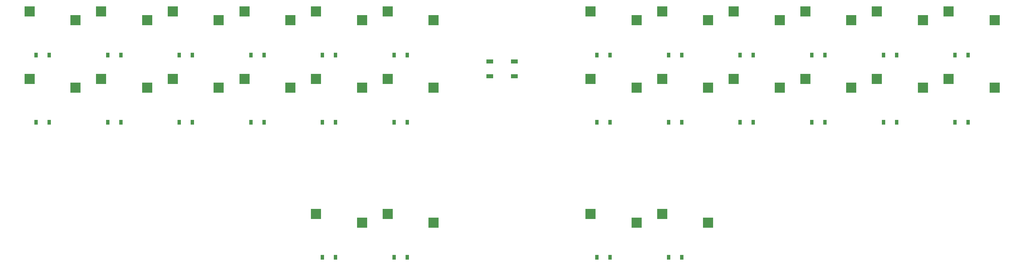
<source format=gbr>
%TF.GenerationSoftware,KiCad,Pcbnew,9.0.0*%
%TF.CreationDate,2025-03-17T14:32:24+01:00*%
%TF.ProjectId,pcb,7063622e-6b69-4636-9164-5f7063625858,v1.0.0*%
%TF.SameCoordinates,Original*%
%TF.FileFunction,Paste,Bot*%
%TF.FilePolarity,Positive*%
%FSLAX46Y46*%
G04 Gerber Fmt 4.6, Leading zero omitted, Abs format (unit mm)*
G04 Created by KiCad (PCBNEW 9.0.0) date 2025-03-17 14:32:24*
%MOMM*%
%LPD*%
G01*
G04 APERTURE LIST*
%ADD10R,2.600000X2.600000*%
%ADD11R,0.900000X1.200000*%
%ADD12R,1.800000X1.100000*%
G04 APERTURE END LIST*
D10*
%TO.C,S1*%
X96725000Y-94050000D03*
X108275000Y-96250000D03*
%TD*%
%TO.C,S2*%
X96725000Y-77050000D03*
X108275000Y-79250000D03*
%TD*%
%TO.C,S3*%
X114725000Y-94050000D03*
X126275000Y-96250000D03*
%TD*%
%TO.C,S4*%
X114725000Y-77050000D03*
X126275000Y-79250000D03*
%TD*%
%TO.C,S5*%
X132725000Y-94050000D03*
X144275000Y-96250000D03*
%TD*%
%TO.C,S6*%
X132725000Y-77050000D03*
X144275000Y-79250000D03*
%TD*%
%TO.C,S7*%
X150725000Y-94050000D03*
X162275000Y-96250000D03*
%TD*%
%TO.C,S8*%
X150725000Y-77050000D03*
X162275000Y-79250000D03*
%TD*%
%TO.C,S9*%
X168725000Y-94050000D03*
X180275000Y-96250000D03*
%TD*%
%TO.C,S10*%
X168725000Y-77050000D03*
X180275000Y-79250000D03*
%TD*%
%TO.C,S11*%
X186725000Y-94050000D03*
X198275000Y-96250000D03*
%TD*%
%TO.C,S12*%
X186725000Y-77050000D03*
X198275000Y-79250000D03*
%TD*%
%TO.C,S13*%
X237725000Y-94050000D03*
X249275000Y-96250000D03*
%TD*%
%TO.C,S14*%
X237725000Y-77050000D03*
X249275000Y-79250000D03*
%TD*%
%TO.C,S15*%
X255725000Y-94050000D03*
X267275000Y-96250000D03*
%TD*%
%TO.C,S16*%
X255725000Y-77050000D03*
X267275000Y-79250000D03*
%TD*%
%TO.C,S17*%
X273725000Y-94050000D03*
X285275000Y-96250000D03*
%TD*%
%TO.C,S18*%
X273725000Y-77050000D03*
X285275000Y-79250000D03*
%TD*%
%TO.C,S19*%
X291725000Y-94050000D03*
X303275000Y-96250000D03*
%TD*%
%TO.C,S20*%
X291725000Y-77050000D03*
X303275000Y-79250000D03*
%TD*%
%TO.C,S21*%
X309725000Y-94050000D03*
X321275000Y-96250000D03*
%TD*%
%TO.C,S22*%
X309725000Y-77050000D03*
X321275000Y-79250000D03*
%TD*%
%TO.C,S23*%
X327725000Y-94050000D03*
X339275000Y-96250000D03*
%TD*%
%TO.C,S24*%
X327725000Y-77050000D03*
X339275000Y-79250000D03*
%TD*%
%TO.C,S25*%
X168725000Y-128050000D03*
X180275000Y-130250000D03*
%TD*%
%TO.C,S26*%
X186725000Y-128050000D03*
X198275000Y-130250000D03*
%TD*%
%TO.C,S27*%
X237725000Y-128050000D03*
X249275000Y-130250000D03*
%TD*%
%TO.C,S28*%
X255725000Y-128050000D03*
X267275000Y-130250000D03*
%TD*%
D11*
%TO.C,D1*%
X101650000Y-105000000D03*
X98350000Y-105000000D03*
%TD*%
%TO.C,D2*%
X101650000Y-88000000D03*
X98350000Y-88000000D03*
%TD*%
%TO.C,D3*%
X119650000Y-105000000D03*
X116350000Y-105000000D03*
%TD*%
%TO.C,D4*%
X119650000Y-88000000D03*
X116350000Y-88000000D03*
%TD*%
%TO.C,D5*%
X137650000Y-105000000D03*
X134350000Y-105000000D03*
%TD*%
%TO.C,D6*%
X137650000Y-88000000D03*
X134350000Y-88000000D03*
%TD*%
%TO.C,D7*%
X155650000Y-105000000D03*
X152350000Y-105000000D03*
%TD*%
%TO.C,D8*%
X155650000Y-88000000D03*
X152350000Y-88000000D03*
%TD*%
%TO.C,D9*%
X173650000Y-105000000D03*
X170350000Y-105000000D03*
%TD*%
%TO.C,D10*%
X173650000Y-88000000D03*
X170350000Y-88000000D03*
%TD*%
%TO.C,D11*%
X191650000Y-105000000D03*
X188350000Y-105000000D03*
%TD*%
%TO.C,D12*%
X191650000Y-88000000D03*
X188350000Y-88000000D03*
%TD*%
%TO.C,D13*%
X242650000Y-105000000D03*
X239350000Y-105000000D03*
%TD*%
%TO.C,D14*%
X242650000Y-88000000D03*
X239350000Y-88000000D03*
%TD*%
%TO.C,D15*%
X260650000Y-105000000D03*
X257350000Y-105000000D03*
%TD*%
%TO.C,D16*%
X260650000Y-88000000D03*
X257350000Y-88000000D03*
%TD*%
%TO.C,D17*%
X278650000Y-105000000D03*
X275350000Y-105000000D03*
%TD*%
%TO.C,D18*%
X278650000Y-88000000D03*
X275350000Y-88000000D03*
%TD*%
%TO.C,D19*%
X296650000Y-105000000D03*
X293350000Y-105000000D03*
%TD*%
%TO.C,D20*%
X296650000Y-88000000D03*
X293350000Y-88000000D03*
%TD*%
%TO.C,D21*%
X314650000Y-105000000D03*
X311350000Y-105000000D03*
%TD*%
%TO.C,D22*%
X314650000Y-88000000D03*
X311350000Y-88000000D03*
%TD*%
%TO.C,D23*%
X332650000Y-105000000D03*
X329350000Y-105000000D03*
%TD*%
%TO.C,D24*%
X332650000Y-88000000D03*
X329350000Y-88000000D03*
%TD*%
%TO.C,D25*%
X173650000Y-139000000D03*
X170350000Y-139000000D03*
%TD*%
%TO.C,D26*%
X191650000Y-139000000D03*
X188350000Y-139000000D03*
%TD*%
%TO.C,D27*%
X242650000Y-139000000D03*
X239350000Y-139000000D03*
%TD*%
%TO.C,D28*%
X260650000Y-139000000D03*
X257350000Y-139000000D03*
%TD*%
D12*
%TO.C,B1*%
X212400000Y-89650000D03*
X218600000Y-89650000D03*
X212400000Y-93350000D03*
X218600000Y-93350000D03*
%TD*%
M02*

</source>
